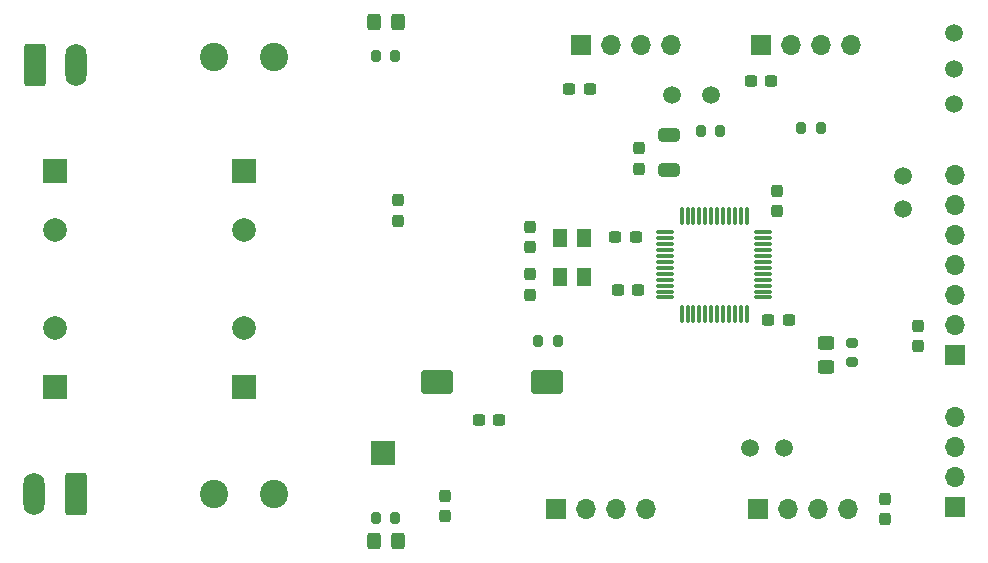
<source format=gbr>
%TF.GenerationSoftware,KiCad,Pcbnew,9.0.0*%
%TF.CreationDate,2025-04-23T22:05:31+03:00*%
%TF.ProjectId,LoRa,4c6f5261-2e6b-4696-9361-645f70636258,rev?*%
%TF.SameCoordinates,Original*%
%TF.FileFunction,Soldermask,Top*%
%TF.FilePolarity,Negative*%
%FSLAX46Y46*%
G04 Gerber Fmt 4.6, Leading zero omitted, Abs format (unit mm)*
G04 Created by KiCad (PCBNEW 9.0.0) date 2025-04-23 22:05:31*
%MOMM*%
%LPD*%
G01*
G04 APERTURE LIST*
G04 Aperture macros list*
%AMRoundRect*
0 Rectangle with rounded corners*
0 $1 Rounding radius*
0 $2 $3 $4 $5 $6 $7 $8 $9 X,Y pos of 4 corners*
0 Add a 4 corners polygon primitive as box body*
4,1,4,$2,$3,$4,$5,$6,$7,$8,$9,$2,$3,0*
0 Add four circle primitives for the rounded corners*
1,1,$1+$1,$2,$3*
1,1,$1+$1,$4,$5*
1,1,$1+$1,$6,$7*
1,1,$1+$1,$8,$9*
0 Add four rect primitives between the rounded corners*
20,1,$1+$1,$2,$3,$4,$5,0*
20,1,$1+$1,$4,$5,$6,$7,0*
20,1,$1+$1,$6,$7,$8,$9,0*
20,1,$1+$1,$8,$9,$2,$3,0*%
G04 Aperture macros list end*
%ADD10R,1.700000X1.700000*%
%ADD11O,1.700000X1.700000*%
%ADD12RoundRect,0.200000X-0.275000X0.200000X-0.275000X-0.200000X0.275000X-0.200000X0.275000X0.200000X0*%
%ADD13RoundRect,0.250000X0.450000X-0.325000X0.450000X0.325000X-0.450000X0.325000X-0.450000X-0.325000X0*%
%ADD14RoundRect,0.075000X-0.075000X-0.662500X0.075000X-0.662500X0.075000X0.662500X-0.075000X0.662500X0*%
%ADD15RoundRect,0.075000X-0.662500X-0.075000X0.662500X-0.075000X0.662500X0.075000X-0.662500X0.075000X0*%
%ADD16R,2.000000X2.000000*%
%ADD17C,1.500000*%
%ADD18RoundRect,0.237500X0.300000X0.237500X-0.300000X0.237500X-0.300000X-0.237500X0.300000X-0.237500X0*%
%ADD19RoundRect,0.200000X-0.200000X-0.275000X0.200000X-0.275000X0.200000X0.275000X-0.200000X0.275000X0*%
%ADD20RoundRect,0.250000X0.650000X1.550000X-0.650000X1.550000X-0.650000X-1.550000X0.650000X-1.550000X0*%
%ADD21O,1.800000X3.600000*%
%ADD22RoundRect,0.250000X-0.325000X-0.450000X0.325000X-0.450000X0.325000X0.450000X-0.325000X0.450000X0*%
%ADD23RoundRect,0.237500X-0.237500X0.300000X-0.237500X-0.300000X0.237500X-0.300000X0.237500X0.300000X0*%
%ADD24C,2.000000*%
%ADD25RoundRect,0.300000X-1.075000X-0.700000X1.075000X-0.700000X1.075000X0.700000X-1.075000X0.700000X0*%
%ADD26RoundRect,0.200000X0.200000X0.275000X-0.200000X0.275000X-0.200000X-0.275000X0.200000X-0.275000X0*%
%ADD27RoundRect,0.250000X-0.650000X-1.550000X0.650000X-1.550000X0.650000X1.550000X-0.650000X1.550000X0*%
%ADD28RoundRect,0.237500X-0.300000X-0.237500X0.300000X-0.237500X0.300000X0.237500X-0.300000X0.237500X0*%
%ADD29R,1.300000X1.600000*%
%ADD30RoundRect,0.237500X0.237500X-0.300000X0.237500X0.300000X-0.237500X0.300000X-0.237500X-0.300000X0*%
%ADD31C,2.400000*%
%ADD32RoundRect,0.250000X0.650000X-0.325000X0.650000X0.325000X-0.650000X0.325000X-0.650000X-0.325000X0*%
%ADD33RoundRect,0.250000X0.325000X0.450000X-0.325000X0.450000X-0.325000X-0.450000X0.325000X-0.450000X0*%
G04 APERTURE END LIST*
D10*
%TO.C,SWD1*%
X143800000Y-32000000D03*
D11*
X146340000Y-32000000D03*
X148880000Y-32000000D03*
X151420000Y-32000000D03*
%TD*%
D10*
%TO.C,J4*%
X160175000Y-71120000D03*
D11*
X160175000Y-68580000D03*
X160175000Y-66040000D03*
X160175000Y-63500000D03*
%TD*%
D12*
%TO.C,R3*%
X151500000Y-58825000D03*
X151500000Y-57175000D03*
%TD*%
D13*
%TO.C,D1*%
X149250000Y-57225000D03*
X149250000Y-59275000D03*
%TD*%
D14*
%TO.C,U2*%
X137050000Y-46437500D03*
X137550000Y-46437500D03*
X138050000Y-46437500D03*
X138550000Y-46437500D03*
X139050000Y-46437500D03*
X139550000Y-46437500D03*
X140050000Y-46437500D03*
X140550000Y-46437500D03*
X141050000Y-46437500D03*
X141550000Y-46437500D03*
X142050000Y-46437500D03*
X142550000Y-46437500D03*
D15*
X143962500Y-47850000D03*
X143962500Y-48350000D03*
X143962500Y-48850000D03*
X143962500Y-49350000D03*
X143962500Y-49850000D03*
X143962500Y-50350000D03*
X143962500Y-50850000D03*
X143962500Y-51350000D03*
X143962500Y-51850000D03*
X143962500Y-52350000D03*
X143962500Y-52850000D03*
X143962500Y-53350000D03*
D14*
X142550000Y-54762500D03*
X142050000Y-54762500D03*
X141550000Y-54762500D03*
X141050000Y-54762500D03*
X140550000Y-54762500D03*
X140050000Y-54762500D03*
X139550000Y-54762500D03*
X139050000Y-54762500D03*
X138550000Y-54762500D03*
X138050000Y-54762500D03*
X137550000Y-54762500D03*
X137050000Y-54762500D03*
D15*
X135637500Y-53350000D03*
X135637500Y-52850000D03*
X135637500Y-52350000D03*
X135637500Y-51850000D03*
X135637500Y-51350000D03*
X135637500Y-50850000D03*
X135637500Y-50350000D03*
X135637500Y-49850000D03*
X135637500Y-49350000D03*
X135637500Y-48850000D03*
X135637500Y-48350000D03*
X135637500Y-47850000D03*
%TD*%
D16*
%TO.C,TP1*%
X111750000Y-66500000D03*
%TD*%
D17*
%TO.C,TP6*%
X155800000Y-45900000D03*
%TD*%
%TO.C,TP2*%
X145700000Y-66100000D03*
%TD*%
D18*
%TO.C,C1*%
X144612500Y-35000000D03*
X142887500Y-35000000D03*
%TD*%
D19*
%TO.C,R6*%
X140325000Y-39250000D03*
X138675000Y-39250000D03*
%TD*%
D17*
%TO.C,TP3*%
X142800000Y-66100000D03*
%TD*%
D20*
%TO.C,J2*%
X85732500Y-70000000D03*
D21*
X82232500Y-70000000D03*
%TD*%
D22*
%TO.C,D2*%
X110975000Y-30000000D03*
X113025000Y-30000000D03*
%TD*%
D23*
%TO.C,C19*%
X113000000Y-45137500D03*
X113000000Y-46862500D03*
%TD*%
D10*
%TO.C,pm2.5*%
X126400000Y-71250000D03*
D11*
X128940000Y-71250000D03*
X131480000Y-71250000D03*
X134020000Y-71250000D03*
%TD*%
D16*
%TO.C,C5*%
X84000000Y-42632323D03*
D24*
X84000000Y-47632323D03*
%TD*%
D25*
%TO.C,RESET1*%
X116380000Y-60500000D03*
X125630000Y-60500000D03*
%TD*%
D26*
%TO.C,R1*%
X148825000Y-39000000D03*
X147175000Y-39000000D03*
%TD*%
D19*
%TO.C,R5*%
X111175000Y-72000000D03*
X112825000Y-72000000D03*
%TD*%
D23*
%TO.C,C18*%
X117000000Y-70137500D03*
X117000000Y-71862500D03*
%TD*%
D16*
%TO.C,C10*%
X84000000Y-60907677D03*
D24*
X84000000Y-55907677D03*
%TD*%
D23*
%TO.C,C17*%
X154250000Y-70387500D03*
X154250000Y-72112500D03*
%TD*%
D10*
%TO.C,LoRa1*%
X160175000Y-58200000D03*
D11*
X160175000Y-55660000D03*
X160175000Y-53120000D03*
X160175000Y-50580000D03*
X160175000Y-48040000D03*
X160175000Y-45500000D03*
X160175000Y-42960000D03*
%TD*%
D27*
%TO.C,J1*%
X82267500Y-33642500D03*
D21*
X85767500Y-33642500D03*
%TD*%
D26*
%TO.C,R4*%
X112825000Y-32900000D03*
X111175000Y-32900000D03*
%TD*%
D28*
%TO.C,C15*%
X127537500Y-35700000D03*
X129262500Y-35700000D03*
%TD*%
%TO.C,C11*%
X144387500Y-55250000D03*
X146112500Y-55250000D03*
%TD*%
D23*
%TO.C,C16*%
X157100000Y-55737500D03*
X157100000Y-57462500D03*
%TD*%
D29*
%TO.C,Y1*%
X128750000Y-51650000D03*
X128750000Y-48350000D03*
X126750000Y-48350000D03*
X126750000Y-51650000D03*
%TD*%
D17*
%TO.C,J5*%
X160150000Y-37000000D03*
X160150000Y-34000000D03*
X160150000Y-31000000D03*
%TD*%
D18*
%TO.C,C4*%
X121612500Y-63750000D03*
X119887500Y-63750000D03*
%TD*%
D16*
%TO.C,C13*%
X100000000Y-60907677D03*
D24*
X100000000Y-55907677D03*
%TD*%
D19*
%TO.C,R2*%
X124925000Y-57000000D03*
X126575000Y-57000000D03*
%TD*%
D30*
%TO.C,C8*%
X133400000Y-42462500D03*
X133400000Y-40737500D03*
%TD*%
D31*
%TO.C,L2*%
X97500000Y-70000000D03*
X102500000Y-70000000D03*
%TD*%
D30*
%TO.C,C9*%
X145100000Y-46062500D03*
X145100000Y-44337500D03*
%TD*%
D18*
%TO.C,C12*%
X133162500Y-48200000D03*
X131437500Y-48200000D03*
%TD*%
D31*
%TO.C,L1*%
X97500000Y-33000000D03*
X102500000Y-33000000D03*
%TD*%
D17*
%TO.C,TP4*%
X155800000Y-43100000D03*
%TD*%
D23*
%TO.C,C2*%
X124250000Y-47387500D03*
X124250000Y-49112500D03*
%TD*%
D10*
%TO.C,SHT31*%
X128500000Y-31975000D03*
D11*
X131040000Y-31975000D03*
X133580000Y-31975000D03*
X136120000Y-31975000D03*
%TD*%
D32*
%TO.C,C7*%
X136000000Y-42575000D03*
X136000000Y-39625000D03*
%TD*%
D17*
%TO.C,TP5*%
X136250000Y-36250000D03*
%TD*%
%TO.C,TP7*%
X139500000Y-36250000D03*
%TD*%
D16*
%TO.C,C6*%
X100000000Y-42632323D03*
D24*
X100000000Y-47632323D03*
%TD*%
D33*
%TO.C,D3*%
X113025000Y-74000000D03*
X110975000Y-74000000D03*
%TD*%
D10*
%TO.C,J3*%
X143500000Y-71275000D03*
D11*
X146040000Y-71275000D03*
X148580000Y-71275000D03*
X151120000Y-71275000D03*
%TD*%
D30*
%TO.C,C3*%
X124250000Y-53112500D03*
X124250000Y-51387500D03*
%TD*%
D18*
%TO.C,C14*%
X133362500Y-52750000D03*
X131637500Y-52750000D03*
%TD*%
M02*

</source>
